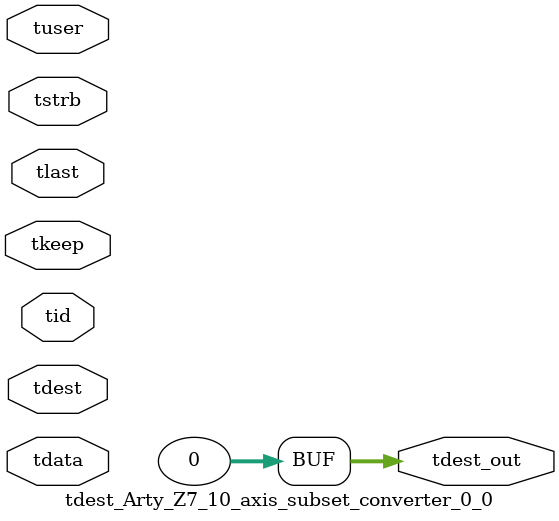
<source format=v>


`timescale 1ps/1ps

module tdest_Arty_Z7_10_axis_subset_converter_0_0 #
(
parameter C_S_AXIS_TDATA_WIDTH = 32,
parameter C_S_AXIS_TUSER_WIDTH = 0,
parameter C_S_AXIS_TID_WIDTH   = 0,
parameter C_S_AXIS_TDEST_WIDTH = 0,
parameter C_M_AXIS_TDEST_WIDTH = 32
)
(
input  [(C_S_AXIS_TDATA_WIDTH == 0 ? 1 : C_S_AXIS_TDATA_WIDTH)-1:0     ] tdata,
input  [(C_S_AXIS_TUSER_WIDTH == 0 ? 1 : C_S_AXIS_TUSER_WIDTH)-1:0     ] tuser,
input  [(C_S_AXIS_TID_WIDTH   == 0 ? 1 : C_S_AXIS_TID_WIDTH)-1:0       ] tid,
input  [(C_S_AXIS_TDEST_WIDTH == 0 ? 1 : C_S_AXIS_TDEST_WIDTH)-1:0     ] tdest,
input  [(C_S_AXIS_TDATA_WIDTH/8)-1:0 ] tkeep,
input  [(C_S_AXIS_TDATA_WIDTH/8)-1:0 ] tstrb,
input                                                                    tlast,
output [C_M_AXIS_TDEST_WIDTH-1:0] tdest_out
);

assign tdest_out = {1'b0};

endmodule


</source>
